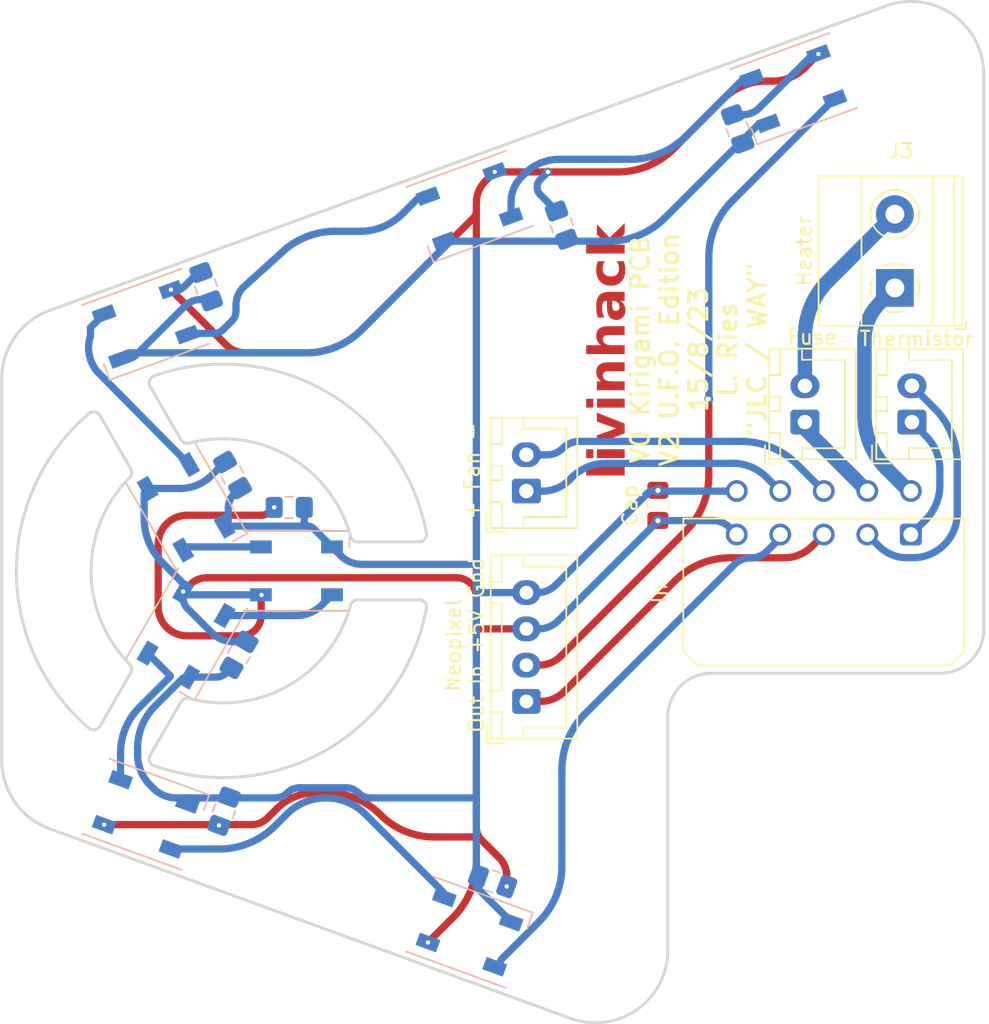
<source format=kicad_pcb>
(kicad_pcb (version 20221018) (generator pcbnew)
  (layers (0 "F.Cu" signal) (31 "B.Cu" signal) (34 "B.Paste" user) (35 "F.Paste" user) (36 "B.SilkS" user "B.Silkscreen") (37 "F.SilkS" user "F.Silkscreen") (38 "B.Mask" user) (39 "F.Mask" user) (44 "Edge.Cuts" user))
  (net 0 "")
  (net 1 "/Thermistor-Pad1")
  (net 2 "/Heater-Pad1")
  (net 3 "/Fuse")
  (net 4 "/Fan-")
  (net 5 "/Fan+")
  (net 6 "/NeopixelGND")
  (net 7 "Net-(D1-DOUT)")
  (net 8 "/Neo_In")
  (net 9 "/Neopixel5v")
  (net 10 "/Thermistor-Pad2")
  (net 11 "/Heater-Pad2")
  (net 12 "Net-(D2-DOUT)")
  (net 13 "Net-(D3-DOUT)")
  (net 14 "Net-(D4-DOUT)")
  (net 15 "Net-(D5-DOUT)")
  (net 16 "Net-(D6-DOUT)")
  (net 17 "Net-(D7-DOUT)")
  (net 18 "/Neopixel Out")
  (net 19 "/Neopixel Return")
  (footprint "MountingHole:MountingHole_3.2mm_M3" (layer "F.Cu") (at 168.69 52.6)
    (fp_text reference "H7" hide)
    (fp_text value "MountingHole_3.2mm_M3" hide)
    (pad "" np_thru_hole circle (at 0 0) (size 3.2 3.2) (drill 3.2) (layers "*.Cu" "*.Mask"))
  )
  (footprint "MountingHole:MountingHole_3.2mm_M3" (layer "F.Cu") (at 227.88 30.31)
    (fp_text reference "H4" hide)
    (fp_text value "MountingHole_3.2mm_M3" hide)
    (pad "" np_thru_hole circle (at 0 0) (size 3.2 3.2) (drill 3.2) (layers "*.Cu" "*.Mask"))
  )
  (footprint "Connector_JST:JST_XH_B2B-XH-A_1x02_P2.50mm_Vertical" (layer "F.Cu") (at 201.5 59 90)
    (fp_text reference "J5" hide)
    (fp_text value "Fan" hide)
    (pad "1" thru_hole roundrect (at 0 0 90) (size 1.7 2) (drill 1) (layers "*.Cu" "*.Mask") (roundrect_rratio 0.1470588235) (net 5 "/Fan+"))
    (pad "2" thru_hole oval (at 2.5 0 90) (size 1.7 2) (drill 1) (layers "*.Cu" "*.Mask") (net 4 "/Fan-"))
  )
  (footprint "Connector_JST:JST_XH_B2B-XH-A_1x02_P2.50mm_Vertical" (layer "F.Cu") (at 220.7 54.25 90)
    (fp_text reference "J4" hide)
    (fp_text value "Fuse" hide)
    (pad "1" thru_hole roundrect (at 0 0 90) (size 1.7 2) (drill 1) (layers "*.Cu" "*.Mask") (roundrect_rratio 0.1470588235) (net 3 "/Fuse"))
    (pad "2" thru_hole oval (at 2.5 0 90) (size 1.7 2) (drill 1) (layers "*.Cu" "*.Mask") (net 11 "/Heater-Pad2"))
  )
  (footprint "Connector_JST:JST_XH_B4B-XH-A_1x04_P2.50mm_Vertical" (layer "F.Cu") (at 201.5 73.5 90)
    (fp_text reference "J6" hide)
    (fp_text value "Front Neopixel" hide)
    (pad "1" thru_hole roundrect (at 0 0 90) (size 1.7 1.95) (drill 0.95) (layers "*.Cu" "*.Mask") (roundrect_rratio 0.1470588235) (net 19 "/Neopixel Return"))
    (pad "2" thru_hole oval (at 2.5 0 90) (size 1.7 1.95) (drill 0.95) (layers "*.Cu" "*.Mask") (net 18 "/Neopixel Out"))
    (pad "3" thru_hole oval (at 5 0 90) (size 1.7 1.95) (drill 0.95) (layers "*.Cu" "*.Mask") (net 9 "/Neopixel5v"))
    (pad "4" thru_hole oval (at 7.5 0 90) (size 1.7 1.95) (drill 0.95) (layers "*.Cu" "*.Mask") (net 6 "/NeopixelGND"))
  )
  (footprint "Connector_JST:JST_XH_B2B-XH-A_1x02_P2.50mm_Vertical" (layer "F.Cu") (at 228.075 54.25 90)
    (fp_text reference "J2" hide)
    (fp_text value "Thermistor" hide)
    (pad "1" thru_hole roundrect (at 0 0 90) (size 1.7 2) (drill 1) (layers "*.Cu" "*.Mask") (roundrect_rratio 0.1470588235) (net 1 "/Thermistor-Pad1"))
    (pad "2" thru_hole oval (at 2.5 0 90) (size 1.7 2) (drill 1) (layers "*.Cu" "*.Mask") (net 10 "/Thermistor-Pad2"))
  )
  (footprint "MountingHole:MountingHole_3.2mm_M3" (layer "F.Cu") (at 187.72 83.9)
    (fp_text reference "H1" hide)
    (fp_text value "MountingHole_3.2mm_M3" hide)
    (pad "" np_thru_hole circle (at 0 0) (size 3.2 3.2) (drill 3.2) (layers "*.Cu" "*.Mask"))
  )
  (footprint "MountingHole:MountingHole_3.2mm_M3" (layer "F.Cu") (at 192.49 76.4)
    (fp_text reference "H6" hide)
    (fp_text value "MountingHole_3.2mm_M3" hide)
    (pad "" np_thru_hole circle (at 0 0) (size 3.2 3.2) (drill 3.2) (layers "*.Cu" "*.Mask"))
  )
  (footprint "KiriPCB:METZ CONNECT USA Inc. - TERM BLK 2P SIDE ENT 5.08MM PCB" (layer "F.Cu") (at 226.9 45 90)
    (fp_text reference "J3" (at 9.44 0.43 180) (layer "F.SilkS"))
    (fp_text value "Heater")
    (pad "1" thru_hole rect (at 0 0 90) (size 2.6 2.6) (drill 1.3) (layers "*.Cu" "*.Mask") (net 2 "/Heater-Pad1"))
    (pad "2" thru_hole circle (at 5.08 0 90) (size 2.6 2.6) (drill 1.3) (layers "*.Cu" "*.Mask") (net 11 "/Heater-Pad2"))
  )
  (footprint "Capacitor_SMD:C_0805_2012Metric_Pad1.18x1.45mm_HandSolder" (layer "F.Cu") (at 210.566 59.99 90)
    (fp_text reference "C9" hide)
    (fp_text value "Cap" hide)
    (pad "1" smd roundrect (at -1.0375 0 90) (size 1.175 1.45) (layers "F.Cu" "F.Paste" "F.Mask") (roundrect_rratio 0.2127659574) (net 9 "/Neopixel5v"))
    (pad "2" smd roundrect (at 1.0375 0 90) (size 1.175 1.45) (layers "F.Cu" "F.Paste" "F.Mask") (roundrect_rratio 0.2127659574) (net 6 "/NeopixelGND"))
  )
  (footprint "MountingHole:MountingHole_3.2mm_M3" (layer "F.Cu") (at 187.71 44.92)
    (fp_text reference "H3" hide)
    (fp_text value "MountingHole_3.2mm_M3" hide)
    (pad "" np_thru_hole circle (at 0 0) (size 3.2 3.2) (drill 3.2) (layers "*.Cu" "*.Mask"))
  )
  (footprint "MountingHole:MountingHole_3.2mm_M3" (layer "F.Cu") (at 192.49 52.6)
    (fp_text reference "H8" hide)
    (fp_text value "MountingHole_3.2mm_M3" hide)
    (pad "" np_thru_hole circle (at 0 0) (size 3.2 3.2) (drill 3.2) (layers "*.Cu" "*.Mask"))
  )
  (footprint "MountingHole:MountingHole_3.2mm_M3" (layer "F.Cu") (at 168.69 76.4)
    (fp_text reference "H5" hide)
    (fp_text value "MountingHole_3.2mm_M3" hide)
    (pad "" np_thru_hole circle (at 0 0) (size 3.2 3.2) (drill 3.2) (layers "*.Cu" "*.Mask"))
  )
  (footprint "MountingHole:MountingHole_3.2mm_M3" (layer "F.Cu") (at 206.25 90.64)
    (fp_text reference "H2" hide)
    (fp_text value "MountingHole_3.2mm_M3" hide)
    (pad "" np_thru_hole circle (at 0 0) (size 3.2 3.2) (drill 3.2) (layers "*.Cu" "*.Mask"))
  )
  (footprint "KiriPCB:Molex_Micro-Fit_3.0_43045-1000_2x05_P3.00mm_Horizontal" (layer "F.Cu") (at 228 62 180)
    (fp_text reference "J1" hide)
    (fp_text value "In" hide)
    (pad "" np_thru_hole circle (at 2.16 -4.32 180) (size 3 3) (drill 3) (layers "*.Cu" "*.Mask"))
    (pad "" np_thru_hole circle (at 9.86 -4.32 180) (size 3 3) (drill 3) (layers "*.Cu" "*.Mask"))
    (pad "1" thru_hole roundrect (at 0 0 180) (size 1.5 1.5) (drill 1.02) (layers "*.Cu" "*.Mask") (roundrect_rratio 0.1666673333) (net 1 "/Thermistor-Pad1"))
    (pad "2" thru_hole circle (at 3 0 180) (size 1.5 1.5) (drill 1.02) (layers "*.Cu" "*.Mask") (net 10 "/Thermistor-Pad2"))
    (pad "3" thru_hole circle (at 6 0 180) (size 1.5 1.5) (drill 1.02) (layers "*.Cu" "*.Mask") (net 19 "/Neopixel Return"))
    (pad "4" thru_hole circle (at 9 0 180) (size 1.5 1.5) (drill 1.02) (layers "*.Cu" "*.Mask") (net 8 "/Neo_In"))
    (pad "5" thru_hole circle (at 12 0 180) (size 1.5 1.5) (drill 1.02) (layers "*.Cu" "*.Mask") (net 9 "/Neopixel5v"))
    (pad "6" thru_hole circle (at 0 3 180) (size 1.5 1.5) (drill 1.02) (layers "*.Cu" "*.Mask") (net 2 "/Heater-Pad1"))
    (pad "7" thru_hole circle (at 3 3 180) (size 1.5 1.5) (drill 1.02) (layers "*.Cu" "*.Mask") (net 3 "/Fuse"))
    (pad "8" thru_hole circle (at 6 3 180) (size 1.5 1.5) (drill 1.02) (layers "*.Cu" "*.Mask") (net 4 "/Fan-"))
    (pad "9" thru_hole circle (at 9 3 180) (size 1.5 1.5) (drill 1.02) (layers "*.Cu" "*.Mask") (net 5 "/Fan+"))
    (pad "10" thru_hole circle (at 12 3 180) (size 1.5 1.5) (drill 1.02) (layers "*.Cu" "*.Mask") (net 6 "/NeopixelGND"))
  )
  (footprint "Capacitor_SMD:C_0805_2012Metric_Pad1.18x1.45mm_HandSolder" (layer "B.Cu") (at 181.69 70.29 -120)
    (fp_text reference "C3" hide)
    (fp_text value "Cap")
    (pad "1" smd roundrect (at -1.0375 0 240) (size 1.175 1.45) (layers "B.Cu" "B.Paste" "B.Mask") (roundrect_rratio 0.2127659574) (net 9 "/Neopixel5v"))
    (pad "2" smd roundrect (at 1.0375 0 240) (size 1.175 1.45) (layers "B.Cu" "B.Paste" "B.Mask") (roundrect_rratio 0.2127659574) (net 6 "/NeopixelGND"))
  )
  (footprint "LED_SMD:LED_WS2812B_PLCC4_5.0x5.0mm_P3.2mm" (layer "B.Cu") (at 175.256197 47.512203 -160)
    (fp_text reference "D6" hide)
    (fp_text value "WS2812B" hide)
    (pad "1" smd rect (at -2.45 1.65 200) (size 1.5 0.9) (layers "B.Cu" "B.Paste" "B.Mask") (net 9 "/Neopixel5v"))
    (pad "2" smd rect (at -2.45 -1.65 200) (size 1.5 0.9) (layers "B.Cu" "B.Paste" "B.Mask") (net 16 "Net-(D6-DOUT)"))
    (pad "3" smd rect (at 2.45 -1.65 200) (size 1.5 0.9) (layers "B.Cu" "B.Paste" "B.Mask") (net 6 "/NeopixelGND"))
    (pad "4" smd rect (at 2.45 1.65 200) (size 1.5 0.9) (layers "B.Cu" "B.Paste" "B.Mask") (net 15 "Net-(D5-DOUT)"))
  )
  (footprint "Capacitor_SMD:C_0805_2012Metric_Pad1.18x1.45mm_HandSolder" (layer "B.Cu") (at 180.66 81.07 70)
    (fp_text reference "C2" hide)
    (fp_text value "Cap")
    (pad "1" smd roundrect (at -1.0375 0 70) (size 1.175 1.45) (layers "B.Cu" "B.Paste" "B.Mask") (roundrect_rratio 0.2127659574) (net 9 "/Neopixel5v"))
    (pad "2" smd roundrect (at 1.0375 0 70) (size 1.175 1.45) (layers "B.Cu" "B.Paste" "B.Mask") (roundrect_rratio 0.2127659574) (net 6 "/NeopixelGND"))
  )
  (footprint "LED_SMD:LED_WS2812B_PLCC4_5.0x5.0mm_P3.2mm" (layer "B.Cu") (at 219.896197 31.272203 -160)
    (fp_text reference "D8" hide)
    (fp_text value "WS2812B" hide)
    (pad "1" smd rect (at -2.45 1.65 200) (size 1.5 0.9) (layers "B.Cu" "B.Paste" "B.Mask") (net 9 "/Neopixel5v"))
    (pad "2" smd rect (at -2.45 -1.65 200) (size 1.5 0.9) (layers "B.Cu" "B.Paste" "B.Mask") (net 18 "/Neopixel Out"))
    (pad "3" smd rect (at 2.45 -1.65 200) (size 1.5 0.9) (layers "B.Cu" "B.Paste" "B.Mask") (net 6 "/NeopixelGND"))
    (pad "4" smd rect (at 2.45 1.65 200) (size 1.5 0.9) (layers "B.Cu" "B.Paste" "B.Mask") (net 17 "Net-(D7-DOUT)"))
  )
  (footprint "Capacitor_SMD:C_0805_2012Metric_Pad1.18x1.45mm_HandSolder" (layer "B.Cu") (at 179.424846 44.916931 -70)
    (fp_text reference "C6" hide)
    (fp_text value "Cap")
    (pad "1" smd roundrect (at -1.0375 0 290) (size 1.175 1.45) (layers "B.Cu" "B.Paste" "B.Mask") (roundrect_rratio 0.2127659574) (net 9 "/Neopixel5v"))
    (pad "2" smd roundrect (at 1.0375 0 290) (size 1.175 1.45) (layers "B.Cu" "B.Paste" "B.Mask") (roundrect_rratio 0.2127659574) (net 6 "/NeopixelGND"))
  )
  (footprint "LED_SMD:LED_WS2812B_PLCC4_5.0x5.0mm_P3.2mm" (layer "B.Cu") (at 178.046058 68.878238 -120)
    (fp_text reference "D3" hide)
    (fp_text value "WS2812B" hide)
    (pad "1" smd rect (at -2.45 1.65 240) (size 1.5 0.9) (layers "B.Cu" "B.Paste" "B.Mask") (net 9 "/Neopixel5v"))
    (pad "2" smd rect (at -2.45 -1.65 240) (size 1.5 0.9) (layers "B.Cu" "B.Paste" "B.Mask") (net 13 "Net-(D3-DOUT)"))
    (pad "3" smd rect (at 2.45 -1.65 240) (size 1.5 0.9) (layers "B.Cu" "B.Paste" "B.Mask") (net 6 "/NeopixelGND"))
    (pad "4" smd rect (at 2.45 1.65 240) (size 1.5 0.9) (layers "B.Cu" "B.Paste" "B.Mask") (net 12 "Net-(D2-DOUT)"))
  )
  (footprint "Capacitor_SMD:C_0805_2012Metric_Pad1.18x1.45mm_HandSolder" (layer "B.Cu") (at 199.17 85.9 160)
    (fp_text reference "C1" hide)
    (fp_text value "Cap")
    (pad "1" smd roundrect (at -1.0375 0 160) (size 1.175 1.45) (layers "B.Cu" "B.Paste" "B.Mask") (roundrect_rratio 0.2127659574) (net 9 "/Neopixel5v"))
    (pad "2" smd roundrect (at 1.0375 0 160) (size 1.175 1.45) (layers "B.Cu" "B.Paste" "B.Mask") (roundrect_rratio 0.2127659574) (net 6 "/NeopixelGND"))
  )
  (footprint "Capacitor_SMD:C_0805_2012Metric_Pad1.18x1.45mm_HandSolder" (layer "B.Cu") (at 216.065154 34.045069 -70)
    (fp_text reference "C8" hide)
    (fp_text value "Cap")
    (pad "1" smd roundrect (at -1.0375 0 290) (size 1.175 1.45) (layers "B.Cu" "B.Paste" "B.Mask") (roundrect_rratio 0.2127659574) (net 9 "/Neopixel5v"))
    (pad "2" smd roundrect (at 1.0375 0 290) (size 1.175 1.45) (layers "B.Cu" "B.Paste" "B.Mask") (roundrect_rratio 0.2127659574) (net 6 "/NeopixelGND"))
  )
  (footprint "LED_SMD:LED_WS2812B_PLCC4_5.0x5.0mm_P3.2mm" (layer "B.Cu") (at 185.65 64.50234)
    (fp_text reference "D4" hide)
    (fp_text value "WS2812B" hide)
    (pad "1" smd rect (at -2.45 1.65) (size 1.5 0.9) (layers "B.Cu" "B.Paste" "B.Mask") (net 9 "/Neopixel5v"))
    (pad "2" smd rect (at -2.45 -1.65) (size 1.5 0.9) (layers "B.Cu" "B.Paste" "B.Mask") (net 14 "Net-(D4-DOUT)"))
    (pad "3" smd rect (at 2.45 -1.65) (size 1.5 0.9) (layers "B.Cu" "B.Paste" "B.Mask") (net 6 "/NeopixelGND"))
    (pad "4" smd rect (at 2.45 1.65) (size 1.5 0.9) (layers "B.Cu" "B.Paste" "B.Mask") (net 13 "Net-(D3-DOUT)"))
  )
  (footprint "LED_SMD:LED_WS2812B_PLCC4_5.0x5.0mm_P3.2mm" (layer "B.Cu") (at 178.046058 60.121762 -60)
    (fp_text reference "D5" hide)
    (fp_text value "WS2812B" hide)
    (pad "1" smd rect (at -2.45 1.65 300) (size 1.5 0.9) (layers "B.Cu" "B.Paste" "B.Mask") (net 9 "/Neopixel5v"))
    (pad "2" smd rect (at -2.45 -1.65 300) (size 1.5 0.9) (layers "B.Cu" "B.Paste" "B.Mask") (net 15 "Net-(D5-DOUT)"))
    (pad "3" smd rect (at 2.45 -1.65 300) (size 1.5 0.9) (layers "B.Cu" "B.Paste" "B.Mask") (net 6 "/NeopixelGND"))
    (pad "4" smd rect (at 2.45 1.65 300) (size 1.5 0.9) (layers "B.Cu" "B.Paste" "B.Mask") (net 14 "Net-(D4-DOUT)"))
  )
  (footprint "Capacitor_SMD:C_0805_2012Metric_Pad1.18x1.45mm_HandSolder" (layer "B.Cu") (at 181.24125 57.901499 -60)
    (fp_text reference "C5" hide)
    (fp_text value "Cap")
    (pad "1" smd roundrect (at -1.0375 0 300) (size 1.175 1.45) (layers "B.Cu" "B.Paste" "B.Mask") (roundrect_rratio 0.2127659574) (net 9 "/Neopixel5v"))
    (pad "2" smd roundrect (at 1.0375 0 300) (size 1.175 1.45) (layers "B.Cu" "B.Paste" "B.Mask") (roundrect_rratio 0.2127659574) (net 6 "/NeopixelGND"))
  )
  (footprint "Capacitor_SMD:C_0805_2012Metric_Pad1.18x1.45mm_HandSolder" (layer "B.Cu") (at 203.935154 40.675069 -70)
    (fp_text reference "C7" hide)
    (fp_text value "Cap")
    (pad "1" smd roundrect (at -1.0375 0 290) (size 1.175 1.45) (layers "B.Cu" "B.Paste" "B.Mask") (roundrect_rratio 0.2127659574) (net 9 "/Neopixel5v"))
    (pad "2" smd roundrect (at 1.0375 0 290) (size 1.175 1.45) (layers "B.Cu" "B.Paste" "B.Mask") (roundrect_rratio 0.2127659574) (net 6 "/NeopixelGND"))
  )
  (footprint "LED_SMD:LED_WS2812B_PLCC4_5.0x5.0mm_P3.2mm" (layer "B.Cu") (at 175.263803 81.282203 -20)
    (fp_text reference "D2" hide)
    (fp_text value "WS2812B" hide)
    (pad "1" smd rect (at -2.45 1.65 340) (size 1.5 0.9) (layers "B.Cu" "B.Paste" "B.Mask") (net 9 "/Neopixel5v"))
    (pad "2" smd rect (at -2.45 -1.65 340) (size 1.5 0.9) (layers "B.Cu" "B.Paste" "B.Mask") (net 12 "Net-(D2-DOUT)"))
    (pad "3" smd rect (at 2.45 -1.65 340) (size 1.5 0.9) (layers "B.Cu" "B.Paste" "B.Mask") (net 6 "/NeopixelGND"))
    (pad "4" smd rect (at 2.45 1.65 340) (size 1.5 0.9) (layers "B.Cu" "B.Paste" "B.Mask") (net 7 "Net-(D1-DOUT)"))
  )
  (footprint "Capacitor_SMD:C_0805_2012Metric_Pad1.18x1.45mm_HandSolder" (layer "B.Cu") (at 185.1525 60.13)
    (fp_text reference "C4" hide)
    (fp_text value "Cap")
    (pad "1" smd roundrect (at -1.0375 0) (size 1.175 1.45) (layers "B.Cu" "B.Paste" "B.Mask") (roundrect_rratio 0.2127659574) (net 9 "/Neopixel5v"))
    (pad "2" smd roundrect (at 1.0375 0) (size 1.175 1.45) (layers "B.Cu" "B.Paste" "B.Mask") (roundrect_rratio 0.2127659574) (net 6 "/NeopixelGND"))
  )
  (footprint "LED_SMD:LED_WS2812B_PLCC4_5.0x5.0mm_P3.2mm" (layer "B.Cu") (at 197.576197 39.392203 -160)
    (fp_text reference "D7" hide)
    (fp_text value "WS2812B" hide)
    (pad "1" smd rect (at -2.45 1.65 200) (size 1.5 0.9) (layers "B.Cu" "B.Paste" "B.Mask") (net 9 "/Neopixel5v"))
    (pad "2" smd rect (at -2.45 -1.65 200) (size 1.5 0.9) (layers "B.Cu" "B.Paste" "B.Mask") (net 17 "Net-(D7-DOUT)"))
    (pad "3" smd rect (at 2.45 -1.65 200) (size 1.5 0.9) (layers "B.Cu" "B.Paste" "B.Mask") (net 6 "/NeopixelGND"))
    (pad "4" smd rect (at 2.45 1.65 200) (size 1.5 0.9) (layers "B.Cu" "B.Paste" "B.Mask") (net 16 "Net-(D6-DOUT)"))
  )
  (footprint "LED_SMD:LED_WS2812B_PLCC4_5.0x5.0mm_P3.2mm" (layer "B.Cu") (at 197.580471 89.401785 -20)
    (fp_text reference "D1" hide)
    (fp_text value "WS2812B" hide)
    (pad "1" smd rect (at -2.45 1.65 340) (size 1.5 0.9) (layers "B.Cu" "B.Paste" "B.Mask") (net 9 "/Neopixel5v"))
    (pad "2" smd rect (at -2.45 -1.65 340) (size 1.5 0.9) (layers "B.Cu" "B.Paste" "B.Mask") (net 7 "Net-(D1-DOUT)"))
    (pad "3" smd rect (at 2.45 -1.65 340) (size 1.5 0.9) (layers "B.Cu" "B.Paste" "B.Mask") (net 6 "/NeopixelGND"))
    (pad "4" smd rect (at 2.45 1.65 340) (size 1.5 0.9) (layers "B.Cu" "B.Paste" "B.Mask") (net 8 "/Neo_In"))
  )
  (gr_arc (start 172.101012 75.210523) (mid 171.752778 75.453283) (end 171.343436 75.340863) (stroke (width 0.2)) (layer "Edge.Cuts"))
  (gr_arc (start 189.379488 66.870943) (mid 185.143472 72.381983) (end 178.252763 73.294961) (stroke (width 0.2)) (layer "Edge.Cuts"))
  (gr_arc (start 211.25 90.643704) (mid 209.117882 94.739463) (end 204.539899 95.342167) (stroke (width 0.2)) (layer "Edge.Cuts"))
  (gr_arc (start 189.379488 66.870943) (mid 189.558183 66.604222) (end 189.862236 66.501151) (stroke (width 0.2)) (layer "Edge.Cuts"))
  (gr_arc (start 178.252763 55.707342) (mid 185.143471 56.620321) (end 189.379488 62.13136) (stroke (width 0.2)) (layer "Edge.Cuts"))
  (gr_line (start 175.565113 77.210523) (end 177.69114 73.528137) (stroke (width 0.2)) (layer "Edge.Cuts"))
  (gr_arc (start 174.148163 70.925169) (mid 171.493471 64.501151) (end 174.148163 58.077134) (stroke (width 0.2)) (layer "Edge.Cuts"))
  (gr_arc (start 194.605954 67.09206) (mid 187.718471 76.842013) (end 175.831023 77.931773) (stroke (width 0.2)) (layer "Edge.Cuts"))
  (gr_line (start 204.539899 95.342167) (end 168.628944 82.271648) (stroke (width 0.2)) (layer "Edge.Cuts"))
  (gr_arc (start 177.69114 73.528137) (mid 177.932429 73.316356) (end 178.252763 73.294961) (stroke (width 0.2)) (layer "Edge.Cuts"))
  (gr_line (start 165.339045 77.573185) (end 165.339045 51.255714) (stroke (width 0.2)) (layer "Edge.Cuts"))
  (gr_line (start 230.023094 71.556634) (end 214.25 71.556634) (stroke (width 0.2)) (layer "Edge.Cuts"))
  (gr_line (start 194.114288 62.501151) (end 189.862236 62.501151) (stroke (width 0.2)) (layer "Edge.Cuts"))
  (gr_line (start 172.101012 53.79178) (end 174.227038 57.474166) (stroke (width 0.2)) (layer "Edge.Cuts"))
  (gr_line (start 211.25 74.556634) (end 211.25 90.643704) (stroke (width 0.2)) (layer "Edge.Cuts"))
  (gr_arc (start 211.25 74.556634) (mid 212.12868 72.435314) (end 214.25 71.556634) (stroke (width 0.2)) (layer "Edge.Cuts"))
  (gr_arc (start 168.628944 82.271648) (mid 166.243285 80.441067) (end 165.339045 77.573185) (stroke (width 0.2)) (layer "Edge.Cuts"))
  (gr_line (start 177.69114 55.474166) (end 175.565113 51.79178) (stroke (width 0.2)) (layer "Edge.Cuts"))
  (gr_arc (start 165.339045 51.255714) (mid 166.243285 48.387832) (end 168.628944 46.557251) (stroke (width 0.2)) (layer "Edge.Cuts"))
  (gr_line (start 233.023072 30.260446) (end 233.023072 68.545106) (stroke (width 0.2)) (layer "Edge.Cuts"))
  (gr_arc (start 171.343436 53.661439) (mid 171.752778 53.54902) (end 172.101012 53.79178) (stroke (width 0.2)) (layer "Edge.Cuts"))
  (gr_line (start 174.227038 71.528137) (end 172.101012 75.210523) (stroke (width 0.2)) (layer "Edge.Cuts"))
  (gr_arc (start 194.605954 61.910242) (mid 194.498641 62.320952) (end 194.114288 62.501151) (stroke (width 0.2)) (layer "Edge.Cuts"))
  (gr_arc (start 175.831023 77.931773) (mid 175.528994 77.633482) (end 175.565113 77.210523) (stroke (width 0.2)) (layer "Edge.Cuts"))
  (gr_arc (start 174.148163 70.925169) (mid 174.289801 71.213284) (end 174.227038 71.528137) (stroke (width 0.2)) (layer "Edge.Cuts"))
  (gr_line (start 168.628944 46.557251) (end 226.312971 25.561983) (stroke (width 0.2)) (layer "Edge.Cuts"))
  (gr_arc (start 226.312971 25.561983) (mid 230.890954 26.164686) (end 233.023072 30.260446) (stroke (width 0.2)) (layer "Edge.Cuts"))
  (gr_line (start 189.862236 66.501151) (end 194.114288 66.501151) (stroke (width 0.2)) (layer "Edge.Cuts"))
  (gr_arc (start 175.831023 51.07053) (mid 187.718471 52.160289) (end 194.605954 61.910242) (stroke (width 0.2)) (layer "Edge.Cuts"))
  (gr_arc (start 175.565113 51.79178) (mid 175.528994 51.368821) (end 175.831023 51.07053) (stroke (width 0.2)) (layer "Edge.Cuts"))
  (gr_arc (start 171.343436 75.340863) (mid 166.343471 64.501151) (end 171.343436 53.661439) (stroke (width 0.2)) (layer "Edge.Cuts"))
  (gr_arc (start 233.023072 68.545106) (mid 232.148486 70.673875) (end 230.023094 71.556634) (stroke (width 0.2)) (layer "Edge.Cuts"))
  (gr_arc (start 178.252763 55.707342) (mid 177.932429 55.685947) (end 177.69114 55.474166) (stroke (width 0.2)) (layer "Edge.Cuts"))
  (gr_arc (start 194.114288 66.501151) (mid 194.498641 66.68135) (end 194.605954 67.09206) (stroke (width 0.2)) (layer "Edge.Cuts"))
  (gr_arc (start 189.862236 62.501151) (mid 189.558183 62.39808) (end 189.379488 62.13136) (stroke (width 0.2)) (layer "Edge.Cuts"))
  (gr_arc (start 174.227038 57.474166) (mid 174.289801 57.789019) (end 174.148163 58.077134) (stroke (width 0.2)) (layer "Edge.Cuts"))
  (gr_text "livinhack" (at 208.7 58.225 90) (layer "F.Cu") (effects (font (size 2.5 2.5) (thickness 0.3) bold) (justify left bottom)))
  (gr_text "V0 Kirigami PCB\nV2 U.F.O. Edition\n15/8/23\nL. Ries\n{dblquote}JLC / WAY{dblquote}" (at 213.375 49.25 90) (layer "F.SilkS") (effects (font (size 1.25 1.25) (thickness 0.2))))
  (gr_text "Heater" (at 220.64 42.46 90) (layer "F.SilkS") (effects (font (size 1 1))))
  (gr_text "+ Fan -" (at 197.77 57.61 90) (layer "F.SilkS") (effects (font (size 1 1))))
  (gr_text "Cap" (at 208.64 60.02 90) (layer "F.SilkS") (effects (font (size 1 1))))
  (gr_text "Thermistor" (at 228.4 48.5) (layer "F.SilkS") (effects (font (size 1 1))))
  (gr_text "Fuse" (at 221.2 48.4) (layer "F.SilkS") (effects (font (size 1 1))))
  (gr_text "In\n" (at 210.69 66.06 90) (layer "F.SilkS") (effects (font (size 1 1))))
  (gr_text "Neopixel\nOut In +5V Gnd" (at 197.27 69.62 90) (layer "F.SilkS") (effects (font (size 1 1))))
  (segment (start 230.0011 58.594386) (end 230.0011 57.538058) (width 0.5) (layer "B.Cu") (net 1))
  (segment (start 229.0011 61.0086) (end 228.0011 62.0086) (width 0.5) (layer "B.Cu") (net 1))
  (segment (start 229.03805 55.21305) (end 228.075 54.25) (width 0.5) (layer "B.Cu") (net 1))
  (arc (start 230.0011 57.538058) (mid 229.750811 56.279772) (end 229.03805 55.21305) (width 0.5) (layer "B.Cu") (net 1))
  (arc (start 229.0011 61.0086) (mid 229.741208 59.900949) (end 230.0011 58.594386) (width 0.5) (layer "B.Cu") (net 1))
  (segment (start 226.338178 57.470422) (end 227.876356 59.0086) (width 1) (layer "B.Cu") (net 2))
  (segment (start 225.85 46.05) (end 226.9 45) (width 1) (layer "B.Cu") (net 2))
  (segment (start 224.8 48.584924) (end 224.8 53.756931) (width 1) (layer "B.Cu") (net 2))
  (arc (start 224.8 48.584924) (mid 225.072886 47.213033) (end 225.85 46.05) (width 1) (layer "B.Cu") (net 2))
  (arc (start 226.338178 57.470422) (mid 225.199759 55.766658) (end 224.8 53.756931) (width 1) (layer "B.Cu") (net 2))
  (segment (start 220.862634 54.872634) (end 224.9986 59.0086) (width 1) (layer "B.Cu") (net 3))
  (arc (start 220.862634 54.872634) (mid 220.742267 54.692492) (end 220.7 54.48) (width 1) (layer "B.Cu") (net 3))
  (segment (start 205.146619 55.58) (end 216.318536 55.58) (width 0.5) (layer "B.Cu") (net 4))
  (segment (start 220.166292 57.173792) (end 222.0011 59.0086) (width 0.5) (layer "B.Cu") (net 4))
  (segment (start 202.90478 56.5086) (end 201.5061 56.5086) (width 0.5) (layer "B.Cu") (net 4))
  (arc (start 205.146619 55.58) (mid 204.539982 55.700667) (end 204.0257 56.0443) (width 0.5) (layer "B.Cu") (net 4))
  (arc (start 202.90478 56.5086) (mid 203.511417 56.387932) (end 204.0257 56.0443) (width 0.5) (layer "B.Cu") (net 4))
  (arc (start 220.166292 57.173792) (mid 218.400926 55.994213) (end 216.318536 55.58) (width 0.5) (layer "B.Cu") (net 4))
  (segment (start 204.650099 58.049899) (end 204.46402 58.235979) (width 0.5) (layer "B.Cu") (net 5))
  (segment (start 218.044656 58.047644) (end 219.0011 59.004088) (width 0.5) (layer "B.Cu") (net 5))
  (segment (start 215.735595 57.0912) (end 206.964606 57.0912) (width 0.5) (layer "B.Cu") (net 5))
  (segment (start 202.59875 59.0086) (end 201.5061 59.0086) (width 0.5) (layer "B.Cu") (net 5))
  (arc (start 204.650099 58.049899) (mid 205.712004 57.340357) (end 206.964606 57.0912) (width 0.5) (layer "B.Cu") (net 5))
  (arc (start 204.46402 58.235979) (mid 203.608226 58.807802) (end 202.59875 59.0086) (width 0.5) (layer "B.Cu") (net 5))
  (arc (start 218.044656 58.047644) (mid 216.985249 57.339771) (end 215.735595 57.0912) (width 0.5) (layer "B.Cu") (net 5))
  (via (at 210.57 58.965) (size 0.7564) (drill 0.35) (layers "F.Cu" "B.Cu") (net 6))
  (segment (start 202.24875 66.0036) (end 201.5011 66.0036) (width 0.5) (layer "B.Cu") (net 6))
  (segment (start 185.951908 61.418524) (end 180.876776 61.418524) (width 0.5) (layer "B.Cu") (net 6))
  (segment (start 173.91735 49.900645) (end 173.518283 49.900645) (width 0.5) (layer "B.Cu") (net 6))
  (segment (start 174.7 76.7125) (end 174.7 77.162563) (width 0.5) (layer "B.Cu") (net 6))
  (segment (start 189.069975 79.45) (end 185.869974 79.45) (width 0.5) (layer "B.Cu") (net 6))
  (segment (start 185.951908 61.418524) (end 186.428092 61.418524) (width 0.5) (layer "B.Cu") (net 6))
  (segment (start 207.190391 41.780645) (end 195.838283 41.780645) (width 0.5) (layer "B.Cu") (net 6))
  (segment (start 184.180025 80.15) (end 178.412521 80.15) (width 0.5) (layer "B.Cu") (net 6))
  (segment (start 175.804765 79.504765) (end 175.575 79.275) (width 0.5) (layer "B.Cu") (net 6))
  (segment (start 198.05 66.043933) (end 198.05 66.256066) (width 0.5) (layer "B.Cu") (net 6))
  (segment (start 198.05 66.043933) (end 198.05 41.866) (width 0.5) (layer "B.Cu") (net 6))
  (segment (start 188.1 62.85234) (end 188.69883 63.45117) (width 0.5) (layer "B.Cu") (net 6))
  (segment (start 190.144533 64.05) (end 198.025 64.05) (width 0.5) (layer "B.Cu") (net 6))
  (segment (start 175.893242 73.831757) (end 177.776256 71.948743) (width 0.5) (layer "B.Cu") (net 6))
  (segment (start 180.95 60.182756) (end 180.95 60.991747) (width 0.5) (layer "B.Cu") (net 6))
  (segment (start 179.043488 45.804931) (end 179.674846 45.804931) (width 0.5) (layer "B.Cu") (net 6))
  (segment (start 188.1 62.85234) (end 186.83454 61.58688) (width 0.5) (layer "B.Cu") (net 6))
  (segment (start 198.306066 66) (end 201.5 66) (width 0.5) (layer "B.Cu") (net 6))
  (segment (start 198.05 86.292192) (end 200.447051 88.689242) (width 0.5) (layer "B.Cu") (net 6))
  (segment (start 181.355 59.205) (end 181.76 58.8) (width 0.5) (layer "B.Cu") (net 6))
  (segment (start 190.759924 80.15) (end 198.05 80.15) (width 0.5) (layer "B.Cu") (net 6))
  (segment (start 198.05 86.292192) (end 198.05 66.256066) (width 0.5) (layer "B.Cu") (net 6))
  (segment (start 209.845848 59.154151) (end 203.525068 65.474931) (width 0.5) (layer "B.Cu") (net 6))
  (segment (start 210.57 58.965) (end 210.3025 58.965) (width 0.5) (layer "B.Cu") (net 6))
  (segment (start 186.296036 49.48) (end 174.236368 49.48) (width 0.5) (layer "B.Cu") (net 6))
  (segment (start 177.3625 80.15) (end 178.137478 80.15) (width 0.5) (layer "B.Cu") (net 6))
  (segment (start 178.275 80.287521) (end 178.275 80.425043) (width 0.5) (layer "B.Cu") (net 6))
  (segment (start 180.853 71.50675) (end 181.17125 71.188501) (width 0.5) (layer "B.Cu") (net 6))
  (segment (start 217.354369 33.87063) (end 211.038147 40.186852) (width 0.5) (layer "B.Cu") (net 6))
  (segment (start 180.084678 71.825) (end 178.425 71.825) (width 0.5) (layer "B.Cu") (net 6))
  (segment (start 174.598599 49.618461) (end 177.965693 46.251368) (width 0.5) (layer "B.Cu") (net 6))
  (segment (start 196.084838 41.945161) (end 190.143792 47.886207) (width 0.5) (layer "B.Cu") (net 6))
  (segment (start 210.644429 59.0086) (end 216.0011 59.0086) (width 0.5) (layer "B.Cu") (net 6))
  (segment (start 178.137478 80.15) (end 178.412521 80.15) (width 0.5) (layer "B.Cu") (net 6))
  (segment (start 186.19 61.180432) (end 186.19 60.13) (width 0.5) (layer "B.Cu") (net 6))
  (segment (start 210.57 58.965) (end 210.5918 58.9868) (width 0.5) (layer "B.Cu") (net 6))
  (arc (start 175.575 79.275) (mid 174.927405 78.305805) (end 174.7 77.162563) (width 0.5) (layer "B.Cu") (net 6))
  (arc (start 202.24875 66.0036) (mid 202.939488 65.866203) (end 203.525068 65.474931) (width 0.5) (layer "B.Cu") (net 6))
  (arc (start 178.275 80.287521) (mid 178.23472 80.190278) (end 178.137478 80.15) (width 0.5) (layer "B.Cu") (net 6))
  (arc (start 178.275 80.287521) (mid 178.315278 80.190278) (end 178.412521 80.15) (width 0.5) (layer "B.Cu") (net 6))
  (arc (start 185.951908 61.418524) (mid 186.120264 61.348788) (end 186.19 61.180432) (width 0.5) (layer "B.Cu") (net 6))
  (arc (start 186.83454 61.58688) (mid 186.64806 61.462278) (end 186.428092 61.418524) (width 0.5) (layer "B.Cu") (net 6))
  (arc (start 186.19 61.180432) (mid 186.259735 61.348788) (end 186.428092 61.418524) (width 0.5) (layer "B.Cu") (net 6))
  (arc (start 189.91495 79.8) (mid 189.527272 79.540962) (end 189.069975 79.45) (width 0.5) (layer "B.Cu") (net 6))
  (arc (start 179.043488 45.804931) (mid 178.460189 45.920956) (end 177.965693 46.251368) (width 0.5) (layer "B.Cu") (net 6))
  (arc (start 175.804765 79.504765) (mid 176.519459 79.982308) (end 177.3625 80.15) (width 0.5) (layer "B.Cu") (net 6))
  (arc (start 210.644429 59.0086) (mid 210.615946 59.002934) (end 210.5918 58.9868) (width 0.5) (layer "B.Cu") (net 6))
  (arc (start 181.355 59.205) (mid 181.055256 59.653598) (end 180.95 60.182756) (width 0.5) (layer "B.Cu") (net 6))
  (arc (start 186.296036 49.48) (mid 188.378426 49.065786) (end 190.143792 47.886207) (width 0.5) (layer "B.Cu") (net 6))
  (arc (start 185.869974 79.45) (mid 185.412677 79.540962) (end 185.025 79.8) (width 0.5) (layer "B.Cu") (net 6))
  (arc (start 184.180025 80.15) (mid 184.637322 80.059037) (end 185.025 79.8) (width 0.5) (layer "B.Cu") (net 6))
  (arc (start 189.91495 79.8) (mid 190.302627 80.059037) (end 190.759924 80.15) (width 0.5) (layer "B.Cu") (net 6))
  (arc (start 198.125 66.075) (mid 198.077121 66.084523) (end 198.05 66.043933) (width 0.5) (layer "B.Cu") (net 6))
  (arc (start 198.306066 66) (mid 198.208073 66.019491) (end 198.125 66.075) (width 0.5) (layer "B.Cu") (net 6))
  (arc (start 175.893242 73.831757) (mid 175.010113 75.153453) (end 174.7 76.7125) (width 0.5) (layer "B.Cu") (net 6))
  (arc (start 174.598599 49.618461) (mid 174.286039 49.827307) (end 173.91735 49.900645) (width 0.5) (layer "B.Cu") (net 6))
  (arc (start 210.3025 58.965) (mid 210.055361 59.014158) (end 209.845848 59.154151) (width 0.5) (layer "B.Cu") (net 6))
  (arc (start 174.236368 49.48) (mid 173.961568 49.53466) (end 173.728605 49.690322) (width 0.5) (layer "B.Cu") (net 6))
  (arc (start 217.861319 33.660645) (mid 217.586959 33.715218) (end 217.354369 33.87063) (width 0.5) (layer "B.Cu") (net 6))
  (arc (start 198.125 66.075) (mid 198.069491 66.158073) (end 198.05 66.256066) (width 0.5) (layer "B.Cu") (net 6))
  (arc (start 180.95 60.991747) (mid 180.917513 61.155067) (end 180.825 61.293524) (width 0.5) (layer "B.Cu") (net 6))
  (arc (start 180.853 71.50675) (mid 180.500491 71.742289) (end 180.084678 71.825) (width 0.5) (layer "B.Cu") (net 6))
  (arc (start 211.038147 40.186852) (mid 209.272781 41.366431) (end 207.190391 41.780645) (width 0.5) (layer "B.Cu") (net 6))
  (arc (start 190.144533 64.05) (mid 189.362124 63.894369) (end 188.69883 63.45117) (width 0.5) (layer "B.Cu") (net 6))
  (arc (start 177.776256 71.948743) (mid 177.913321 71.857159) (end 178.075 71.825) (width 0.5) (layer "B.Cu") (net 6))
  (segment (start 180.325391 83.670645) (end 177.001717 83.670645) (width 0.5) (layer "B.Cu") (net 7))
  (segment (start 190.397532 81.272532) (end 195.73798 86.61298) (width 0.5) (layer "B.Cu") (net 7))
  (segment (start 184.173147 82.076851) (end 184.977467 81.272532) (width 0.5) (layer "B.Cu") (net 7))
  (arc (start 187.6875 80.15) (mid 186.22084 80.441736) (end 184.977467 81.272532) (width 0.5) (layer "B.Cu") (net 7))
  (arc (start 184.173147 82.076851) (mid 182.407781 83.256431) (end 180.325391 83.670645) (width 0.5) (layer "B.Cu") (net 7))
  (arc (start 190.397532 81.272532) (mid 189.154158 80.441736) (end 187.6875 80.15) (width 0.5) (layer "B.Cu") (net 7))
  (arc (start 195.73798 86.61298) (mid 195.815378 86.728814) (end 195.842557 86.86545) (width 0.5) (layer "B.Cu") (net 7))
  (segment (start 199.684773 91.577727) (end 199.684773 91.790227) (width 0.5) (layer "B.Cu") (net 8))
  (segment (start 215.815512 64.084487) (end 205.543792 74.356207) (width 0.5) (layer "B.Cu") (net 8))
  (segment (start 218.093987 63.140712) (end 219.0011 62.2336) (width 0.5) (layer "B.Cu") (net 8))
  (segment (start 202.356207 88.693792) (end 199.835033 91.214966) (width 0.5) (layer "B.Cu") (net 8))
  (segment (start 203.95 84.846036) (end 203.95 78.203963) (width 0.5) (layer "B.Cu") (net 8))
  (arc (start 203.95 78.203963) (mid 204.364213 76.121572) (end 205.543792 74.356207) (width 0.5) (layer "B.Cu") (net 8))
  (arc (start 215.815512 64.084487) (mid 216.338198 63.735239) (end 216.95475 63.6126) (width 0.5) (layer "B.Cu") (net 8))
  (arc (start 199.835033 91.214966) (mid 199.723824 91.381402) (end 199.684773 91.577727) (width 0.5) (layer "B.Cu") (net 8))
  (arc (start 203.95 84.846036) (mid 203.535786 86.928426) (end 202.356207 88.693792) (width 0.5) (layer "B.Cu") (net 8))
  (arc (start 218.093987 63.140712) (mid 217.5713 63.48996) (end 216.95475 63.6126) (width 0.5) (layer "B.Cu") (net 8))
  (segment (start 172.405324 81.99) (end 180.21138 81.99) (width 0.5) (layer "F.Cu") (net 9))
  (segment (start 198.05 80.099411) (end 198.05 77.655089) (width 0.5) (layer "F.Cu") (net 9))
  (segment (start 182.55 81.99) (end 181.907071 81.99) (width 0.5) (layer "F.Cu") (net 9))
  (segment (start 199.324761 37.01) (end 202.98 37.01) (width 0.5) (layer "F.Cu") (net 9))
  (segment (start 211.643792 35.416207) (end 215.087457 31.972542) (width 0.5) (layer "F.Cu") (net 9))
  (segment (start 180.40014 81.989289) (end 181.896139 81.989289) (width 0.5) (layer "F.Cu") (net 9))
  (segment (start 184.115 60.13) (end 183.845488 60.399512) (width 0.5) (layer "F.Cu") (net 9))
  (segment (start 172.397223 81.994746) (end 172.399596 81.992373) (width 0.5) (layer "F.Cu") (net 9))
  (segment (start 182.133424 49.475) (end 186.301036 49.475) (width 0.5) (layer "F.Cu") (net 9))
  (segment (start 183.22 66.194142) (end 183.22 67.58) (width 0.5) (layer "F.Cu") (net 9))
  (segment (start 207.796036 37.01) (end 202.98 37.01) (width 0.5) (layer "F.Cu") (net 9))
  (segment (start 178.320354 65.453238) (end 177.842116 65.931476) (width 0.5) (layer "F.Cu") (net 9))
  (segment (start 194.716301 90.113698) (end 196.456206 88.373792) (width 0.5) (layer "F.Cu") (net 9))
  (segment (start 183.23 66.17) (end 183.24 66.16) (width 0.5) (layer "F.Cu") (net 9))
  (segment (start 198.05 66.528428) (end 198.05 66.3375) (width 0.5) (layer "F.Cu") (net 9))
  (segment (start 198.05 81.42275) (end 198.05 84.526036) (width 0.5) (layer "F.Cu") (net 9))
  (segment (start 198.05 82.165523) (end 198.05 81.321572) (width 0.5) (layer "F.Cu") (net 9))
  (segment (start 198.05 77.655089) (end 198.05 70.329536) (width 0.5) (layer "F.Cu") (net 9))
  (segment (start 186.938563 79.8) (end 187.780395 79.8) (width 0.5) (layer "F.Cu") (net 9))
  (segment (start 198.05 39.161733) (end 198.05 66.3375) (width 0.5) (layer "F.Cu") (net 9))
  (segment (start 199.314111 37.003761) (end 198.682055 37.635816) (width 0.5) (layer "F.Cu") (net 9))
  (segment (start 198.05 67.890928) (end 198.05 66.3375) (width 0.5) (layer "F.Cu") (net 9))
  (segment (start 218.038936 30.75) (end 218.448241 30.75) (width 0.5) (layer "F.Cu") (net 9))
  (segment (start 180.7875 48.9175) (end 176.994234 45.124234) (width 0.5) (layer "F.Cu") (net 9))
  (segment (start 221.634111 28.883761) (end 220.700991 29.81688) (width 0.5) (layer "F.Cu") (net 9))
  (segment (start 194.714781 90.114328) (end 194.713891 90.114328) (width 0.5) (layer "F.Cu") (net 9))
  (segment (start 180.305154 82.044931) (end 180.332975 82.01711) (width 0.5) (layer "F.Cu") (net 9))
  (segment (start 197.7667 82.84) (end 195.119604 82.84) (width 0.5) (layer "F.Cu") (net 9))
  (segment (start 198.05 39.71) (end 198.05 39.44) (width 0.5) (layer "F.Cu") (net 9))
  (segment (start 199.628124 84.27629) (end 198.42387 83.072036) (width 0.5) (layer "F.Cu") (net 9))
  (segment (start 199.626383 84.269625) (end 198.354764 82.998006) (width 0.5) (layer "F.Cu") (net 9))
  (segment (start 178.119998 68.98) (end 181.82 68.98) (width 0.5) (layer "F.Cu") (net 9))
  (segment (start 198.05 81.42275) (end 198.05 80.048822) (width 0.5) (layer "F.Cu") (net 9))
  (segment (start 180.277688 82.017465) (end 180.305154 82.044931) (width 0.5) (layer "F.Cu") (net 9))
  (segment (start 198.05 81.321572) (end 198.05 80.099411) (width 0.5) (layer "F.Cu") (net 9))
  (segment (start 198.05 67.795464) (end 198.05 66.528428) (width 0.5) (layer "F.Cu") (net 9))
  (segment (start 198.05 67.795464) (end 198.05 70.329536) (width 0.5) (layer "F.Cu") (net 9))
  (segment (start 200.144931 85.521509) (end 200.144931 86.254846) (width 0.5) (layer "F.Cu") (net 9))
  (segment (start 197.859081 40.170918) (end 190.148792 47.881207) (width 0.5) (layer "F.Cu") (net 9))
  (segment (start 184.295 80.895) (end 183.659619 81.53038) (width 0.5) (layer "F.Cu") (net 9))
  (segment (start 199.31723 37.00688) (end 199.314111 37.003761) (width 0.5) (layer "F.Cu") (net 9))
  (segment (start 178.119998 60.669024) (end 183.194828 60.669024) (width 0.5) (layer "F.Cu") (net 9))
  (segment (start 198.05 70.329536) (end 198.05 67.890928) (width 0.5) (layer "F.Cu") (net 9))
  (segment (start 198.05 77.655089) (end 198.05 80.048822) (width 0.5) (layer "F.Cu") (net 9))
  (segment (start 176.12 62.669022) (end 176.12 66.980001) (width 0.5) (layer "F.Cu") (net 9))
  (segment (start 198.05 68.5) (end 201.5 68.5) (width 0.5) (layer "F.Cu") (net 9))
  (segment (start 179.474922 64.975) (end 196.6875 64.975) (width 0.5) (layer "F.Cu") (net 9))
  (segment (start 200.144931 85.523971) (end 200.144931 86.254846) (width 0.5) (layer "F.Cu") (net 9))
  (segment (start 176.994111 45.123936) (end 176.994111 45.123761) (width 0.5) (layer "F.Cu") (net 9))
  (via (at 180.305154 82.044931) (size 0.6) (drill 0.3) (layers "F.Cu" "B.Cu") (net 9))
  (via (at 172.397223 81.994746) (size 0.6) (drill 0.3) (layers "F.Cu" "B.Cu") (net 9))
  (via (at 221.634111 28.883761) (size 0.6) (drill 0.3) (layers "F.Cu" "B.Cu") (net 9))
  (via (at 210.57 61.04) (size 0.7564) (drill 0.35) (layers "F.Cu" "B.Cu") (net 9))
  (via (at 202.98 37.01) (size 0.6) (drill 0.3) (layers "F.Cu" "B.Cu") (net 9))
  (via (at 199.314111 37.003761) (size 0.6) (drill 0.3) (layers "F.Cu" "B.Cu") (net 9))
  (via (at 184.115 60.13) (size 0.6) (drill 0.3) (layers "F.Cu" "B.Cu") (net 9))
  (via (at 177.842116 65.931476) (size 0.6) (drill 0.3) (layers "F.Cu" "B.Cu") (net 9))
  (via (at 194.713891 90.114328) (size 0.6) (drill 0.3) (layers "F.Cu" "B.Cu") (net 9))
  (via (at 183.24 66.16) (size 0.6) (drill 0.3) (layers "F.Cu" "B.Cu") (net 9))
  (via (at 176.994111 45.123761) (size 0.6) (drill 0.3) (layers "F.Cu" "B.Cu") (net 9))
  (via (at 200.144931 86.254846) (size 0.6) (drill 0.3) (layers "F.Cu" "B.Cu") (net 9))
  (arc (start 196.456206 88.373792) (mid 197.635786 86.608426) (end 198.05 84.526036) (width 0.5) (layer "F.Cu") (net 9))
  (arc (start 195.119604 82.84) (mid 193.133628 82.444964) (end 191.45 81.32) (width 0.5) (layer "F.Cu") (net 9))
  (arc (start 199.626383 84.269625) (mid 200.010164 84.843994) (end 200.144931 85.521509) (width 0.5) (layer "F.Cu") (net 9))
  (arc (start 198.05 81.42275) (mid 198.05 81.372161) (end 198.05 81.321572) (width 0.5) (layer "F.Cu") (net 9))
  (arc (start 196.6875 64.975) (mid 197.650932 65.374067) (end 198.05 66.3375) (width 0.5) (layer "F.Cu") (net 9))
  (arc (start 181.896139 81.989289) (mid 181.902119 81.989258) (end 181.907071 81.99) (width 0.5) (layer "F.Cu") (net 9))
  (arc (start 180.277688 82.017465) (mid 180.247265 81.997137) (end 180.21138 81.99) (width 0.5) (layer "F.Cu") (net 9))
  (arc (start 187.780395 79.8) (mid 189.76637 80.195035) (end 191.45 81.32) (width 0.5) (layer "F.Cu") (net 9))
  (arc (start 198.05 82.165523) (mid 198.129089 82.608369) (end 198.354764 82.998006) (width 0.5) (layer "F.Cu") (net 9))
  (arc (start 178.119998 68.98) (mid 176.705785 68.394213) (end 176.12 66.980001) (width 0.5) (layer "F.Cu") (net 9))
  (arc (start 183.845488 60.399512) (mid 183.546962 60.59898) (end 183.194828 60.669024) (width 0.5) (layer "F.Cu") (net 9))
  (arc (start 184.295 80.895) (mid 185.507877 80.084581) (end 186.938563 79.8) (width 0.5) (layer "F.Cu") (net 9))
  (arc (start 199.31723 37.00688) (mid 199.320685 37.009189) (end 199.324761 37.01) (width 0.5) (layer "F.Cu") (net 9))
  (arc (start 211.643792 35.416207) (mid 209.878426 36.595786) (end 207.796036 37.01) (width 0.5) (layer "F.Cu") (net 9))
  (arc (start 194.716301 90.113698) (mid 194.715603 90.114164) (end 194.714781 90.114328) (width 0.5) (layer "F.Cu") (net 9))
  (arc (start 172.405324 81.99) (mid 172.402224 81.990616) (end 172.399596 81.992373) (width 0.5) (layer "F.Cu") (net 9))
  (arc (start 220.700991 29.81688) (mid 219.66742 30.50749) (end 218.448241 30.75) (width 0.5) (layer "F.Cu") (net 9))
  (arc (start 176.994111 45.123936) (mid 176.994142 45.124097) (end 176.994234 45.124234) (width 0.5) (layer "F.Cu") (net 9))
  (arc (start 218.038936 30.75) (mid 216.441607 31.067728) (end 215.087457 31.972542) (width 0.5) (layer "F.Cu") (net 9))
  (arc (start 183.22 67.58) (mid 182.809949 68.569949) (end 181.82 68.98) (width 0.5) (layer "F.Cu") (net 9))
  (arc (start 197.7667 82.84) (mid 198.11464 82.900373) (end 198.42387 83.072036) (width 0.5) (layer "F.Cu") (net 9))
  (arc (start 179.474922 64.975) (mid 178.850074 65.09929) (end 178.320354 65.453238) (width 0.5) (layer "F.Cu") (net 9))
  (arc (start 199.628124 84.27629) (mid 200.010617 84.848731) (end 200.144931 85.523971) (width 0.5) (layer "F.Cu") (net 9))
  (arc (start 180.40014 81.989289) (mid 180.36379 81.996519) (end 180.332975 82.01711) (width 0.5) (layer "F.Cu") (net 9))
  (arc (start 198.05 66.528428) (mid 198.05 66.432964) (end 198.05 66.3375) (width 0.5) (layer "F.Cu") (net 9))
  (arc (start 198.05 80.048822) (mid 198.05 80.074116) (end 198.05 80.099411) (width 0.5) (layer "F.Cu") (net 9))
  (arc (start 190.148792 47.881207) (mid 188.383426 49.060786) (end 186.301036 49.475) (width 0.5) (layer "F.Cu") (net 9))
  (arc (start 198.05 39.71) (mid 198.000381 39.959447) (end 197.859081 40.170918) (width 0.5) (layer "F.Cu") (net 9))
  (arc (start 182.55 81.99) (mid 183.150521 81.870548) (end 183.659619 81.53038) (width 0.5) (layer "F.Cu") (net 9))
  (arc (start 198.05 67.890928) (mid 198.05 67.843196) (end 198.05 67.795464) (width 0.5) (layer "F.Cu") (net 9))
  (arc (start 180.7875 48.9175) (mid 181.405015 49.33011) (end 182.133424 49.475) (width 0.5) (layer "F.Cu") (net 9))
  (arc (start 183.23 66.17) (mid 183.222598 66.181076) (end 183.22 66.194142) (width 0.5) (layer "F.Cu") (net 9))
  (arc (start 198.05 39.161733) (mid 198.214265 38.335912) (end 198.682055 37.635816) (width 0.5) (layer "F.Cu") (net 9))
  (arc (start 176.12 62.669022) (mid 176.705778 61.254795) (end 178.119998 60.669024) (width 0.5) (layer "F.Cu") (net 9))
  (segment (start 177.612148 58.825) (end 175.563317 58.825) (width 0.5) (layer "B.Cu") (net 9))
  (segment (start 177.842116 66.364489) (end 177.842116 65.931476) (width 0.5) (layer "B.Cu") (net 9))
  (segment (start 202.457542 38.577372) (end 203.580308 39.700138) (width 0.5) (layer "B.Cu") (net 9))
  (segment (start 177.94478 44.875442) (end 178.965154 43.855069) (width 0.5) (layer "B.Cu") (net 9))
  (segment (start 179.809391 68.764777) (end 178.148302 67.103688) (width 0.5) (layer "B.Cu") (net 9))
  (segment (start 215.5168 61.5243) (end 216.0011 62.0086) (width 0.5) (layer "B.Cu") (net 9))
  (segment (start 203.70103 67.928969) (end 210.562928 61.067071) (width 0.5) (layer "B.Cu") (net 9))
  (segment (start 219.980159 30.177346) (end 221.273745 28.883761) (width 0.5) (layer "B.Cu") (net 9))
  (segment (start 216.395085 33.070138) (end 215.710308 33.070138) (width 0.5) (layer "B.Cu") (net 9))
  (segment (start 202.98 37.01) (end 202.457542 37.532457) (width 0.5) (layer "B.Cu") (net 9))
  (segment (start 214.347596 61.04) (end 210.57 61.04) (width 0.5) (layer "B.Cu") (net 9))
  (segment (start 210.57 61.05) (end 210.57 61.04) (width 0.5) (layer "B.Cu") (net 9))
  (segment (start 175.15 60.871058) (end 175.15 59.238317) (width 0.5) (layer "B.Cu") (net 9))
  (segment (start 176.425579 63.950579) (end 177.642584 65.167584) (width 0.5) (layer "B.Cu") (net 9))
  (segment (start 178.219154 66.15234) (end 183.19234 66.15234) (width 0.5) (layer "B.Cu") (net 9))
  (segment (start 202.31375 68.5036) (end 201.5011 68.5036) (width 0.5) (layer "B.Cu") (net 9))
  (segment (start 179.811499 57.913999) (end 180.7225 57.002998) (width 0.5) (layer "B.Cu") (net 9))
  (segment (start 217.564072 32.585927) (end 219.967346 30.182653) (width 0.5) (layer "B.Cu") (net 9))
  (segment (start 181.322431 69.391499) (end 182.20875 69.391499) (width 0.5) (layer "B.Cu") (net 9))
  (segment (start 177.345286 45.123761) (end 176.994111 45.123761) (width 0.5) (layer "B.Cu") (net 9))
  (arc (start 214.347596 61.04) (mid 214.980364 61.165865) (end 215.5168 61.5243) (width 0.5) (layer "B.Cu") (net 9))
  (arc (start 176.425579 63.950579) (mid 175.481512 62.537682) (end 175.15 60.871058) (width 0.5) (layer "B.Cu") (net 9))
  (arc (start 177.842116 66.364489) (mid 177.921691 66.76454) (end 178.148302 67.103688) (width 0.5) (layer "B.Cu") (net 9))
  (arc (start 177.642584 65.167584) (mid 177.790259 65.388595) (end 177.842116 65.649296) (width 0.5) (layer "B.Cu") (net 9))
  (arc (start 177.94478 44.875442) (mid 177.66973 45.059224) (end 177.345286 45.123761) (width 0.5) (layer "B.Cu") (net 9))
  (arc (start 179.809391 68.764777) (mid 180.503579 69.228619) (end 181.322431 69.391499) (width 0.5) (layer "B.Cu") (net 9))
  (arc (start 175.15 59.238317) (mid 175.181461 59.080147) (end 175.271058 58.946058) (width 0.5) (layer "B.Cu") (net 9))
  (arc (start 210.57 61.05) (mid 210.568162 61.059238) (end 210.562928 61.067071) (width 0.5) (layer "B.Cu") (net 9))
  (arc (start 219.973753 30.18) (mid 219.970285 30.180689) (end 219.967346 30.182653) (width 0.5) (layer "B.Cu") (net 9))
  (arc (start 202.457542 38.577372) (mid 202.241133 38.054914) (end 202.457542 37.532457) (width 0.5) (layer "B.Cu") (net 9))
  (arc (start 202.31375 68.5036) (mid 203.06454 68.354258) (end 203.70103 67.928969) (width 0.5) (layer "B.Cu") (net 9))
  (arc (start 178.219154 66.15234) (mid 178.074867 66.123639) (end 177.952548 66.041908) (width 0.5) (layer "B.Cu") (net 9))
  (arc (start 219.973753 30.18) (mid 219.97722 30.17931) (end 219.980159 30.177346) (width 0.5) (layer "B.Cu") (net 9))
  (arc (start 216.395085 33.070138) (mid 217.027736 32.944295) (end 217.564072 32.585927) (width 0.5) (layer "B.Cu") (net 9))
  (arc (start 177.612148 58.825) (mid 178.802428 58.588238) (end 179.811499 57.913999) (width 0.5) (layer "B.Cu") (net 9))
  (segment (start 225.7973 62.7973) (end 225 62) (width 0.5) (layer "B.Cu") (net 10))
  (segment (start 229.6375 53.3125) (end 228.075 51.75) (width 0.5) (layer "B.Cu") (net 10))
  (segment (start 231.2 60.539049) (end 231.2 57.084708) (width 0.5) (layer "B.Cu") (net 10))
  (segment (start 228.144449 63.5946) (end 227.722152 63.5946) (width 0.5) (layer "B.Cu") (net 10))
  (arc (start 227.722152 63.5946) (mid 226.680429 63.387388) (end 225.7973 62.7973) (width 0.5) (layer "B.Cu") (net 10))
  (arc (start 230.30505 62.69965) (mid 230.96741 61.708357) (end 231.2 60.539049) (width 0.5) (layer "B.Cu") (net 10))
  (arc (start 228.144449 63.5946) (mid 229.313757 63.36201) (end 230.30505 62.69965) (width 0.5) (layer "B.Cu") (net 10))
  (arc (start 229.6375 53.3125) (mid 230.793919 55.043203) (end 231.2 57.084708) (width 0.5) (layer "B.Cu") (net 10))
  (segment (start 220.7 48.373963) (end 220.7 51.75) (width 1) (layer "B.Cu") (net 11))
  (segment (start 222.293792 44.526207) (end 226.9 39.92) (width 1) (layer "B.Cu") (net 11))
  (arc (start 220.7 48.373963) (mid 221.114213 46.291572) (end 222.293792 44.526207) (width 1) (layer "B.Cu") (net 11))
  (segment (start 173.525889 77.051461) (end 173.525889 78.893761) (width 0.5) (layer "B.Cu") (net 12))
  (segment (start 174.828591 73.906457) (end 176.931556 71.803493) (width 0.5) (layer "B.Cu") (net 12))
  (segment (start 176.931556 71.71444) (end 175.392116 70.175) (width 0.5) (layer "B.Cu") (net 12))
  (arc (start 176.95 71.758967) (mid 176.945206 71.783064) (end 176.931556 71.803493) (width 0.5) (layer "B.Cu") (net 12))
  (arc (start 176.95 71.758967) (mid 176.945206 71.734869) (end 176.931556 71.71444) (width 0.5) (layer "B.Cu") (net 12))
  (arc (start 173.525889 77.051461) (mid 173.86445 75.349397) (end 174.828591 73.906457) (width 0.5) (layer "B.Cu") (net 12))
  (segment (start 185.660312 67.581476) (end 180.7 67.581476) (width 0.5) (layer "B.Cu") (net 13))
  (segment (start 187.385432 66.866908) (end 188.1 66.15234) (width 0.5) (layer "B.Cu") (net 13))
  (arc (start 185.660312 67.581476) (mid 186.59394 67.395765) (end 187.385432 66.866908) (width 0.5) (layer "B.Cu") (net 13))
  (segment (start 178.211165 62.85234) (end 183.2 62.85234) (width 0.5) (layer "B.Cu") (net 14))
  (arc (start 178.211165 62.85234) (mid 178.069936 62.880432) (end 177.950208 62.960432) (width 0.5) (layer "B.Cu") (net 14))
  (segment (start 171.45 48.32151) (end 171.45 47.739277) (width 0.5) (layer "B.Cu") (net 15))
  (segment (start 171.947728 50.8) (end 178.25 57.175) (width 0.5) (layer "B.Cu") (net 15))
  (segment (start 171.947728 50.8) (end 171.946692 50.7988) (width 0.5) (layer "B.Cu") (net 15))
  (segment (start 171.45 48.32151) (end 171.449521 48.322974) (width 0.5) (layer "B.Cu") (net 15))
  (segment (start 171.45 47.739277) (end 172.389617 46.79966) (width 0.5) (layer "B.Cu") (net 15))
  (arc (start 171.946692 50.7988) (mid 171.37246 49.62628) (end 171.449521 48.322974) (width 0.5) (layer "B.Cu") (net 15))
  (segment (start 185.014658 42.222258) (end 185.403719 41.949829) (width 0.5) (layer "B.Cu") (net 16))
  (segment (start 186.245501 41.511615) (end 186.691815 41.349166) (width 0.5) (layer "B.Cu") (net 16))
  (segment (start 187.618332 41.143754) (end 188.091483 41.102355) (width 0.5) (layer "B.Cu") (net 16))
  (segment (start 188.328963 41.1) (end 190.038561 41.1) (width 0.5) (layer "B.Cu") (net 16))
  (segment (start 185.815044 41.712346) (end 186.245501 41.511615) (width 0.5) (layer "B.Cu") (net 16))
  (segment (start 187.150589 41.226234) (end 187.618332 41.143754) (width 0.5) (layer "B.Cu") (net 16))
  (segment (start 192.960169 39.889829) (end 193.979676 38.870323) (width 0.5) (layer "B.Cu") (net 16))
  (segment (start 188.091483 41.102355) (end 188.328963 41.1) (width 0.5) (layer "B.Cu") (net 16))
  (segment (start 179.959 48.133) (end 178.344271 48.133) (width 0.5) (layer "B.Cu") (net 16))
  (segment (start 181.483 46.18442) (end 181.483 46.609) (width 0.5) (layer "B.Cu") (net 16))
  (segment (start 181.213592 47.259407) (end 180.975 47.498) (width 0.5) (layer "B.Cu") (net 16))
  (segment (start 181.991 44.958) (end 185.014658 42.222258) (width 0.5) (layer "B.Cu") (net 16))
  (segment (start 185.403719 41.949829) (end 185.815044 41.712346) (width 0.5) (layer "B.Cu") (net 16))
  (segment (start 186.691815 41.349166) (end 187.150589 41.226234) (width 0.5) (layer "B.Cu") (net 16))
  (segment (start 180.975 47.498) (end 180.609408 47.863592) (width 0.5) (layer "B.Cu") (net 16))
  (arc (start 181.991 44.958) (mid 181.615025 45.520686) (end 181.483 46.18442) (width 0.5) (layer "B.Cu") (net 16))
  (arc (start 180.609408 47.863592) (mid 180.310999 48.062983) (end 179.959 48.133) (width 0.5) (layer "B.Cu") (net 16))
  (arc (start 178.344271 48.133) (mid 178.2244 48.156844) (end 178.122777 48.224746) (width 0.5) (layer "B.Cu") (net 16))
  (arc (start 190.038561 41.1) (mid 191.619724 40.785486) (end 192.960169 39.889829) (width 0.5) (layer "B.Cu") (net 16))
  (arc (start 193.979676 38.870323) (mid 194.190864 38.729211) (end 194.439978 38.67966) (width 0.5) (layer "B.Cu") (net 16))
  (arc (start 181.483 46.609) (mid 181.412983 46.960998) (end 181.213592 47.259407) (width 0.5) (layer "B.Cu") (net 16))
  (segment (start 201.411388 37.108611) (end 201.159614 37.360385) (width 0.5) (layer "B.Cu") (net 17))
  (segment (start 212.503792 34.546207) (end 216.299676 30.750323) (width 0.5) (layer "B.Cu") (net 17))
  (segment (start 200.442777 39.090984) (end 200.442777 40.104746) (width 0.5) (layer "B.Cu") (net 17))
  (segment (start 208.656036 36.14) (end 203.749823 36.14) (width 0.5) (layer "B.Cu") (net 17))
  (arc (start 200.442777 39.090984) (mid 200.629076 38.15439) (end 201.159614 37.360385) (width 0.5) (layer "B.Cu") (net 17))
  (arc (start 201.411388 37.108611) (mid 202.484271 36.391733) (end 203.749823 36.14) (width 0.5) (layer "B.Cu") (net 17))
  (arc (start 212.503792 34.546207) (mid 210.738426 35.725786) (end 208.656036 36.14) (width 0.5) (layer "B.Cu") (net 17))
  (arc (start 216.299676 30.750323) (mid 216.510864 30.609211) (end 216.759978 30.55966) (width 0.5) (layer "B.Cu") (net 17))
  (segment (start 202.375 71) (end 201.5 71) (width 0.5) (layer "F.Cu") (net 18))
  (segment (start 214.075 57.921036) (end 214.075 52.65) (width 0.5) (layer "F.Cu") (net 18))
  (segment (start 203.868718 70.381281) (end 212.481207 61.768792) (width 0.5) (layer "F.Cu") (net 18))
  (via (at 214.075 52.65) (size 0.6) (drill 0.3) (layers "F.Cu" "B.Cu") (net 18))
  (arc (start 214.075 57.921036) (mid 213.660786 60.003426) (end 212.481207 61.768792) (width 0.5) (layer "F.Cu") (net 18))
  (arc (start 203.868718 70.381281) (mid 203.183394 70.8392) (end 202.375 71) (width 0.5) (layer "F.Cu") (net 18))
  (segment (start 214.075 52.65) (end 214.075 42.878963) (width 0.5) (layer "B.Cu") (net 18))
  (segment (start 215.668792 39.031207) (end 222.715254 31.984746) (width 0.5) (layer "B.Cu") (net 18))
  (arc (start 214.075 42.878963) (mid 214.489213 40.796572) (end 215.668792 39.031207) (width 0.5) (layer "B.Cu") (net 18))
  (segment (start 202.465 73.5) (end 201.5 73.5) (width 0.5) (layer "F.Cu") (net 19))
  (segment (start 221.2 62.8) (end 222 62) (width 0.5) (layer "F.Cu") (net 19))
  (segment (start 204.112358 72.817641) (end 211.736207 65.193792) (width 0.5) (layer "F.Cu") (net 19))
  (segment (start 219.268629 63.6) (end 215.583963 63.6) (width 0.5) (layer "F.Cu") (net 19))
  (arc (start 219.268629 63.6) (mid 220.313879 63.392086) (end 221.2 62.8) (width 0.5) (layer "F.Cu") (net 19))
  (arc (start 215.583963 63.6) (mid 213.501572 64.014213) (end 211.736207 65.193792) (width 0.5) (layer "F.Cu") (net 19))
  (arc (start 204.112358 72.817641) (mid 203.356543 73.32266) (end 202.465 73.5) (width 0.5) (layer "F.Cu") (net 19))
)
</source>
